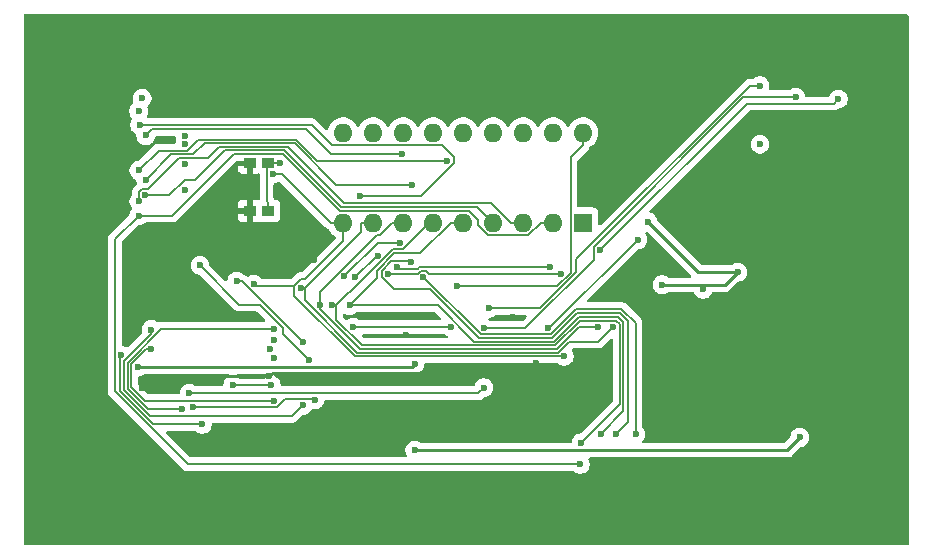
<source format=gbr>
%TF.GenerationSoftware,KiCad,Pcbnew,9.0.0-9.0.0-2~ubuntu24.10.1*%
%TF.CreationDate,2025-03-15T08:42:32-04:00*%
%TF.ProjectId,fat8,66617438-2e6b-4696-9361-645f70636258,rev?*%
%TF.SameCoordinates,Original*%
%TF.FileFunction,Copper,L2,Bot*%
%TF.FilePolarity,Positive*%
%FSLAX46Y46*%
G04 Gerber Fmt 4.6, Leading zero omitted, Abs format (unit mm)*
G04 Created by KiCad (PCBNEW 9.0.0-9.0.0-2~ubuntu24.10.1) date 2025-03-15 08:42:32*
%MOMM*%
%LPD*%
G01*
G04 APERTURE LIST*
%TA.AperFunction,ComponentPad*%
%ADD10R,1.600000X1.600000*%
%TD*%
%TA.AperFunction,ComponentPad*%
%ADD11O,1.600000X1.600000*%
%TD*%
%TA.AperFunction,SMDPad,CuDef*%
%ADD12R,1.000000X0.900000*%
%TD*%
%TA.AperFunction,ViaPad*%
%ADD13C,0.600000*%
%TD*%
%TA.AperFunction,Conductor*%
%ADD14C,0.228600*%
%TD*%
%TA.AperFunction,Conductor*%
%ADD15C,0.152400*%
%TD*%
%ADD16C,0.300000*%
%ADD17C,0.350000*%
G04 APERTURE END LIST*
D10*
%TO.P,U1,1,VDD*%
%TO.N,-9V*%
X104902000Y-57658000D03*
D11*
%TO.P,U1,2,D7*%
%TO.N,/D7*%
X102362000Y-57658000D03*
%TO.P,U1,3,D6*%
%TO.N,/D6*%
X99822000Y-57658000D03*
%TO.P,U1,4,D5*%
%TO.N,/D5*%
X97282000Y-57658000D03*
%TO.P,U1,5,D4*%
%TO.N,/D4*%
X94742000Y-57658000D03*
%TO.P,U1,6,D3*%
%TO.N,/D3*%
X92202000Y-57658000D03*
%TO.P,U1,7,D2*%
%TO.N,/D2*%
X89662000Y-57658000D03*
%TO.P,U1,8,D1*%
%TO.N,/D1*%
X87122000Y-57658000D03*
%TO.P,U1,9,D0*%
%TO.N,/D0*%
X84582000Y-57658000D03*
%TO.P,U1,10,VCC*%
%TO.N,5V*%
X84582000Y-50038000D03*
%TO.P,U1,11,S2*%
%TO.N,/S2*%
X87122000Y-50038000D03*
%TO.P,U1,12,S1*%
%TO.N,/S1*%
X89662000Y-50038000D03*
%TO.P,U1,13,S0*%
%TO.N,/S0*%
X92202000Y-50038000D03*
%TO.P,U1,14,SYNC*%
%TO.N,/SYNC*%
X94742000Y-50038000D03*
%TO.P,U1,15,\u00F82*%
%TO.N,/Ph2*%
X97282000Y-50038000D03*
%TO.P,U1,16,\u00F81*%
%TO.N,/Ph1*%
X99822000Y-50038000D03*
%TO.P,U1,17,READY*%
%TO.N,/RDY*%
X102362000Y-50038000D03*
%TO.P,U1,18,INT*%
%TO.N,/INT*%
X104902000Y-50038000D03*
%TD*%
D12*
%TO.P,SW1,1,1*%
%TO.N,GND*%
X76670000Y-52560000D03*
X76670000Y-56660000D03*
%TO.P,SW1,2,2*%
%TO.N,/RST*%
X78270000Y-52560000D03*
X78270000Y-56660000D03*
%TD*%
D13*
%TO.N,GND*%
X70231000Y-63627000D03*
X98933000Y-65659000D03*
X85852000Y-74168000D03*
X67565600Y-58547000D03*
X110998000Y-47752000D03*
X89916000Y-67183000D03*
X112776000Y-49403000D03*
X129413000Y-74422000D03*
X126365000Y-64643000D03*
X94869000Y-43688000D03*
X71247000Y-43688000D03*
X78354000Y-70637600D03*
X100907500Y-69504400D03*
X96139000Y-83185000D03*
X67571500Y-71641300D03*
X89916000Y-70993000D03*
X87757000Y-65659000D03*
X129413000Y-69088000D03*
X94051300Y-70374400D03*
X82155500Y-60813500D03*
X83312000Y-43815000D03*
X120777000Y-72390000D03*
X79756000Y-48006000D03*
X77089000Y-48006000D03*
X60960000Y-51943000D03*
X60960000Y-80264000D03*
X92075000Y-74168000D03*
X60960000Y-68707000D03*
%TO.N,Net-(J1-SWCLK{slash}TCK)*%
X71542700Y-72091200D03*
X96492500Y-71620000D03*
%TO.N,Net-(J1-NC{slash}TDI)*%
X78768300Y-66620000D03*
X70921500Y-73428800D03*
%TO.N,Net-(J1-SWO{slash}TDO)*%
X82192400Y-72643500D03*
X85436100Y-66503300D03*
X93705300Y-66482800D03*
X71881000Y-73291300D03*
%TO.N,/D0*%
X103307500Y-68948600D03*
X78643600Y-53517500D03*
X78431700Y-68373200D03*
X77027000Y-62876900D03*
X67276400Y-48196000D03*
%TO.N,/INT*%
X94246900Y-63024800D03*
%TO.N,/D5*%
X67839400Y-55294500D03*
X90326400Y-60980600D03*
X107685900Y-75538100D03*
%TO.N,/D1*%
X67362800Y-49379600D03*
X85975000Y-55425500D03*
X81009500Y-63186400D03*
X107442200Y-66475800D03*
%TO.N,/S2*%
X78759800Y-67615200D03*
%TO.N,/Ph2*%
X85630000Y-62255800D03*
X87510900Y-60443800D03*
%TO.N,/SYNC*%
X89416700Y-59356900D03*
X84672600Y-62200500D03*
%TO.N,/D6*%
X109347000Y-75559800D03*
X67299900Y-55836100D03*
X91387900Y-62237900D03*
%TO.N,/D2*%
X89613300Y-51863800D03*
X67882900Y-50265100D03*
X106186500Y-66470800D03*
X82630000Y-64653600D03*
%TO.N,/D7*%
X67276900Y-57044400D03*
X104671900Y-78105200D03*
%TO.N,/D4*%
X106393100Y-75551200D03*
X93418100Y-52395600D03*
X67298100Y-53213200D03*
X85130000Y-64653600D03*
%TO.N,/D3*%
X83630000Y-64653600D03*
X90432200Y-54467300D03*
X104766800Y-76269800D03*
X67865400Y-54034100D03*
%TO.N,/USB_CLK*%
X103004400Y-61973500D03*
X88417600Y-61971900D03*
%TO.N,/GP3*%
X119885000Y-50992000D03*
X102064100Y-61401100D03*
X89130000Y-61437200D03*
%TO.N,/RxD*%
X101939800Y-66579100D03*
X109558000Y-59073500D03*
%TO.N,/TxD*%
X96488900Y-66579100D03*
X122894300Y-47024200D03*
%TO.N,/GP2*%
X96918000Y-64887700D03*
X119882800Y-46044200D03*
%TO.N,/PI3*%
X78495000Y-71425200D03*
X75239200Y-71425200D03*
X71174100Y-51022000D03*
%TO.N,/PO3*%
X68355700Y-66694700D03*
X71180100Y-54856100D03*
X81167100Y-73120000D03*
%TO.N,/PO1*%
X71169000Y-52695700D03*
X72469300Y-61254500D03*
X81680700Y-69253300D03*
%TO.N,/RST*%
X78753400Y-69120000D03*
X79240900Y-52612500D03*
%TO.N,/PO2*%
X68350900Y-68377500D03*
X78774300Y-72761000D03*
%TO.N,/PI2*%
X81168800Y-67771900D03*
X75584400Y-62621000D03*
X71191500Y-50267800D03*
%TO.N,/ST3*%
X65783100Y-68853300D03*
X72669400Y-74714600D03*
%TO.N,Net-(JP2-A)*%
X126521300Y-47178200D03*
X106354200Y-59959800D03*
%TO.N,5V*%
X110391200Y-57571300D03*
X123256600Y-75830400D03*
X115065500Y-63285700D03*
X67564000Y-47117000D03*
X90662600Y-69620000D03*
X67233600Y-69847100D03*
X111597100Y-62908400D03*
X117979600Y-61835200D03*
X90662600Y-76911600D03*
%TD*%
D14*
%TO.N,GND*%
X82155500Y-60813500D02*
X79889000Y-58547000D01*
X78354000Y-70637600D02*
X78617200Y-70374400D01*
X76670000Y-56660000D02*
X76670000Y-58547000D01*
X68575200Y-70637600D02*
X67571500Y-71641300D01*
X76670000Y-58547000D02*
X67565600Y-58547000D01*
X76670000Y-52560000D02*
X76670000Y-56660000D01*
X100037500Y-70374400D02*
X100907500Y-69504400D01*
X79889000Y-58547000D02*
X76670000Y-58547000D01*
X78617200Y-70374400D02*
X94051300Y-70374400D01*
X78354000Y-70637600D02*
X68575200Y-70637600D01*
X94051300Y-70374400D02*
X100037500Y-70374400D01*
D15*
%TO.N,Net-(J1-SWCLK{slash}TCK)*%
X96021300Y-72091200D02*
X71542700Y-72091200D01*
X96492500Y-71620000D02*
X96021300Y-72091200D01*
%TO.N,Net-(J1-NC{slash}TDI)*%
X66337000Y-71694800D02*
X68071000Y-73428800D01*
X68071000Y-73428800D02*
X70921500Y-73428800D01*
X69206100Y-66620000D02*
X66337000Y-69489100D01*
X66337000Y-69489100D02*
X66337000Y-71694800D01*
X78768300Y-66620000D02*
X69206100Y-66620000D01*
%TO.N,Net-(J1-SWO{slash}TDO)*%
X85436100Y-66503300D02*
X85456600Y-66482800D01*
X85456600Y-66482800D02*
X93705300Y-66482800D01*
X82129700Y-72580800D02*
X82192400Y-72643500D01*
X78994000Y-73291300D02*
X79704500Y-72580800D01*
X79704500Y-72580800D02*
X82129700Y-72580800D01*
X71881000Y-73291300D02*
X78994000Y-73291300D01*
%TO.N,/D0*%
X80426000Y-63005500D02*
X77155600Y-63005500D01*
X80426000Y-63005500D02*
X80426000Y-63821700D01*
X85552900Y-68948600D02*
X103307500Y-68948600D01*
X84582000Y-57658000D02*
X84582000Y-59173200D01*
X81026400Y-62405100D02*
X80426000Y-63005500D01*
X79411200Y-53517500D02*
X83551700Y-57658000D01*
X78643600Y-53517500D02*
X79411200Y-53517500D01*
X80426000Y-63821700D02*
X85552900Y-68948600D01*
X77155600Y-63005500D02*
X77027000Y-62876900D01*
X84582000Y-57658000D02*
X83551700Y-57658000D01*
X84582000Y-59173200D02*
X81350100Y-62405100D01*
X81350100Y-62405100D02*
X81026400Y-62405100D01*
%TO.N,/INT*%
X104902000Y-51068300D02*
X103846300Y-52124000D01*
X103846300Y-52124000D02*
X103846300Y-61881700D01*
X103846300Y-61881700D02*
X102703200Y-63024800D01*
X104902000Y-50038000D02*
X104902000Y-51068300D01*
X102703200Y-63024800D02*
X94246900Y-63024800D01*
%TO.N,/D5*%
X90326400Y-60980600D02*
X90251900Y-60906100D01*
X108666300Y-74557700D02*
X107685900Y-75538100D01*
X107994700Y-65294600D02*
X108666300Y-65966200D01*
X90251900Y-60906100D02*
X88665600Y-60906100D01*
X67839400Y-55294500D02*
X69871900Y-55294500D01*
X91948400Y-63288300D02*
X96076200Y-67416100D01*
X87849600Y-62209800D02*
X88928100Y-63288300D01*
X72082200Y-53995800D02*
X74546400Y-51531600D01*
X95922600Y-56298600D02*
X97282000Y-57658000D01*
X84386200Y-56298600D02*
X95922600Y-56298600D01*
X87849600Y-61722100D02*
X87849600Y-62209800D01*
X102290500Y-67416100D02*
X104412000Y-65294600D01*
X79619200Y-51531600D02*
X84386200Y-56298600D01*
X88665600Y-60906100D02*
X87849600Y-61722100D01*
X104412000Y-65294600D02*
X107994700Y-65294600D01*
X71170600Y-53995800D02*
X72082200Y-53995800D01*
X74546400Y-51531600D02*
X79619200Y-51531600D01*
X69871900Y-55294500D02*
X71170600Y-53995800D01*
X108666300Y-65966200D02*
X108666300Y-74557700D01*
X88928100Y-63288300D02*
X91948400Y-63288300D01*
X96076200Y-67416100D02*
X102290500Y-67416100D01*
%TO.N,/D1*%
X93970200Y-52597700D02*
X93970200Y-52067800D01*
X81324000Y-63186400D02*
X81009500Y-63186400D01*
X87122000Y-57658000D02*
X86091700Y-57658000D01*
X93970200Y-52067800D02*
X92996100Y-51093700D01*
X92996100Y-51093700D02*
X83630500Y-51093700D01*
X85975000Y-55425500D02*
X91142400Y-55425500D01*
X85751500Y-68642100D02*
X102798500Y-68642100D01*
X81916400Y-49379600D02*
X67362800Y-49379600D01*
X91142400Y-55425500D02*
X93970200Y-52597700D01*
X86091700Y-58418700D02*
X81324000Y-63186400D01*
X103718000Y-67722600D02*
X106195400Y-67722600D01*
X81324000Y-64214600D02*
X85751500Y-68642100D01*
X102798500Y-68642100D02*
X103718000Y-67722600D01*
X86091700Y-57658000D02*
X86091700Y-58418700D01*
X106195400Y-67722600D02*
X107442200Y-66475800D01*
X81324000Y-63186400D02*
X81324000Y-64214600D01*
X83630500Y-51093700D02*
X81916400Y-49379600D01*
%TO.N,/Ph2*%
X85630000Y-62255800D02*
X87442000Y-60443800D01*
X87442000Y-60443800D02*
X87510900Y-60443800D01*
%TO.N,/SYNC*%
X87516200Y-59356900D02*
X89416700Y-59356900D01*
X84672600Y-62200500D02*
X87516200Y-59356900D01*
%TO.N,/D6*%
X70656100Y-52165300D02*
X73180400Y-52165300D01*
X109347000Y-66144500D02*
X109347000Y-75559800D01*
X84660300Y-55969900D02*
X97103600Y-55969900D01*
X99822000Y-57658000D02*
X98791700Y-57658000D01*
X67299900Y-55836100D02*
X67299900Y-55036500D01*
X67572300Y-54764100D02*
X68057300Y-54764100D01*
X74120600Y-51225100D02*
X79915500Y-51225100D01*
X68057300Y-54764100D02*
X70656100Y-52165300D01*
X108146200Y-64943700D02*
X109347000Y-66144500D01*
X97103600Y-55969900D02*
X98791700Y-57658000D01*
X104329300Y-64943700D02*
X108146200Y-64943700D01*
X102163400Y-67109600D02*
X104329300Y-64943700D01*
X96259600Y-67109600D02*
X102163400Y-67109600D01*
X73180400Y-52165300D02*
X74120600Y-51225100D01*
X91387900Y-62237900D02*
X96259600Y-67109600D01*
X79915500Y-51225100D02*
X84660300Y-55969900D01*
X67299900Y-55036500D02*
X67572300Y-54764100D01*
%TO.N,/D2*%
X83578700Y-51863800D02*
X89613300Y-51863800D01*
X88733800Y-57658000D02*
X87703500Y-58688300D01*
X104536300Y-66470800D02*
X106186500Y-66470800D01*
X68437100Y-49710900D02*
X81425800Y-49710900D01*
X102671500Y-68335600D02*
X104536300Y-66470800D01*
X87419900Y-58688300D02*
X82630000Y-63478200D01*
X82630000Y-63478200D02*
X82630000Y-64653600D01*
X81425800Y-49710900D02*
X83578700Y-51863800D01*
X82630000Y-64978700D02*
X85986900Y-68335600D01*
X89662000Y-57658000D02*
X88733800Y-57658000D01*
X85986900Y-68335600D02*
X102671500Y-68335600D01*
X67882900Y-50265100D02*
X68437100Y-49710900D01*
X82630000Y-64653600D02*
X82630000Y-64978700D01*
X87703500Y-58688300D02*
X87419900Y-58688300D01*
%TO.N,/D7*%
X96012000Y-57398500D02*
X96012000Y-57860000D01*
X79492200Y-51838100D02*
X84281800Y-56627700D01*
X96882400Y-58730400D02*
X100259300Y-58730400D01*
X67276900Y-57044400D02*
X70119900Y-57044400D01*
X102362000Y-57658000D02*
X101331700Y-57658000D01*
X75326200Y-51838100D02*
X79492200Y-51838100D01*
X71446900Y-78105200D02*
X104671900Y-78105200D01*
X70119900Y-57044400D02*
X75326200Y-51838100D01*
X95241200Y-56627700D02*
X96012000Y-57398500D01*
X100259300Y-58730400D02*
X101331700Y-57658000D01*
X96012000Y-57860000D02*
X96882400Y-58730400D01*
X84281800Y-56627700D02*
X95241200Y-56627700D01*
X65250500Y-71908800D02*
X71446900Y-78105200D01*
X65250500Y-59070800D02*
X65250500Y-71908800D01*
X67276900Y-57044400D02*
X65250500Y-59070800D01*
%TO.N,/D4*%
X72333900Y-50612200D02*
X72333900Y-50612100D01*
X94742000Y-57658000D02*
X93711700Y-57658000D01*
X107876200Y-65611100D02*
X108324200Y-66059100D01*
X102417500Y-67722600D02*
X104529000Y-65611100D01*
X67298100Y-53213200D02*
X68959000Y-51552300D01*
X108324200Y-66059100D02*
X108324200Y-73620100D01*
X82410700Y-52395600D02*
X93418100Y-52395600D01*
X80627200Y-50612100D02*
X82410700Y-52395600D01*
X85130000Y-64653600D02*
X92626200Y-64653600D01*
X72333900Y-50612100D02*
X80627200Y-50612100D01*
X68959000Y-51552300D02*
X71393800Y-51552300D01*
X71393800Y-51552300D02*
X72333900Y-50612200D01*
X87435200Y-62348400D02*
X85130000Y-64653600D01*
X104529000Y-65611100D02*
X107876200Y-65611100D01*
X95695200Y-67722600D02*
X102417500Y-67722600D01*
X91119000Y-60250700D02*
X88887500Y-60250700D01*
X93711700Y-57658000D02*
X91119000Y-60250700D01*
X87435200Y-61703000D02*
X87435200Y-62348400D01*
X88887500Y-60250700D02*
X87435200Y-61703000D01*
X92626200Y-64653600D02*
X95695200Y-67722600D01*
X108324200Y-73620100D02*
X106393100Y-75551200D01*
%TO.N,/D3*%
X86166900Y-68029100D02*
X102544500Y-68029100D01*
X91686900Y-57658000D02*
X91686900Y-57851500D01*
X85167600Y-63537100D02*
X85167600Y-63537200D01*
X89636500Y-59901900D02*
X88802800Y-59901900D01*
X85104200Y-63537200D02*
X83987800Y-64653600D01*
X83987800Y-64653600D02*
X83630000Y-64653600D01*
X108001700Y-73034900D02*
X104766800Y-76269800D01*
X91686900Y-57851500D02*
X89636500Y-59901900D01*
X108001700Y-66243200D02*
X108001700Y-73034900D01*
X83987800Y-65850000D02*
X86166900Y-68029100D01*
X88802800Y-59901900D02*
X85167600Y-63537100D01*
X102544500Y-68029100D02*
X104641300Y-65932300D01*
X83987800Y-64653600D02*
X83987800Y-65850000D01*
X104641300Y-65932300D02*
X107690800Y-65932300D01*
X80474800Y-50918600D02*
X84023500Y-54467300D01*
X72853600Y-50918600D02*
X80474800Y-50918600D01*
X67865400Y-54034100D02*
X70040700Y-51858800D01*
X84023500Y-54467300D02*
X90432200Y-54467300D01*
X107690800Y-65932300D02*
X108001700Y-66243200D01*
X70040700Y-51858800D02*
X71913400Y-51858800D01*
X92202000Y-57658000D02*
X91686900Y-57658000D01*
X71913400Y-51858800D02*
X72853600Y-50918600D01*
X85167600Y-63537200D02*
X85104200Y-63537200D01*
%TO.N,/USB_CLK*%
X103004400Y-61973500D02*
X91873500Y-61973500D01*
X91873500Y-61973500D02*
X91607600Y-61707600D01*
X90904000Y-61971900D02*
X88417600Y-61971900D01*
X91168300Y-61707600D02*
X90904000Y-61971900D01*
X91607600Y-61707600D02*
X91168300Y-61707600D01*
%TO.N,/GP3*%
X89228600Y-61535800D02*
X89130000Y-61437200D01*
X91041300Y-61401100D02*
X90906600Y-61535800D01*
X90906600Y-61535800D02*
X89228600Y-61535800D01*
X102064100Y-61401100D02*
X91041300Y-61401100D01*
%TO.N,/RxD*%
X102052400Y-66579100D02*
X101939800Y-66579100D01*
X109558000Y-59073500D02*
X102052400Y-66579100D01*
%TO.N,/TxD*%
X105803600Y-59688600D02*
X105803600Y-60791400D01*
X122894300Y-47024200D02*
X118468000Y-47024200D01*
X105803600Y-60791400D02*
X100015900Y-66579100D01*
X100015900Y-66579100D02*
X96488900Y-66579100D01*
X118468000Y-47024200D02*
X105803600Y-59688600D01*
%TO.N,/GP2*%
X119014500Y-46044200D02*
X104340300Y-60718400D01*
X104340300Y-60718400D02*
X104340300Y-61821200D01*
X119882800Y-46044200D02*
X119014500Y-46044200D01*
X104340300Y-61821200D02*
X101273800Y-64887700D01*
X101273800Y-64887700D02*
X96918000Y-64887700D01*
%TO.N,/PI3*%
X75239200Y-71425200D02*
X78495000Y-71425200D01*
%TO.N,/PO3*%
X68355700Y-67030700D02*
X68355700Y-66694700D01*
X66019100Y-71810400D02*
X66019100Y-69367300D01*
X66019100Y-69367300D02*
X68355700Y-67030700D01*
X81167100Y-73120000D02*
X80281500Y-74005600D01*
X68214300Y-74005600D02*
X66019100Y-71810400D01*
X80281500Y-74005600D02*
X68214300Y-74005600D01*
%TO.N,/PO1*%
X75794100Y-64579300D02*
X72469300Y-61254500D01*
X77542700Y-64579300D02*
X75794100Y-64579300D01*
X79502600Y-66539200D02*
X77542700Y-64579300D01*
X79502600Y-67075200D02*
X79502600Y-66539200D01*
X81680700Y-69253300D02*
X79502600Y-67075200D01*
%TO.N,/RST*%
X78270000Y-52560000D02*
X79000300Y-52560000D01*
X78113300Y-55823000D02*
X78270000Y-55979700D01*
X78270000Y-52560000D02*
X78113300Y-52716700D01*
X78113300Y-52716700D02*
X78113300Y-55823000D01*
X79240900Y-52612500D02*
X79052800Y-52612500D01*
X78270000Y-56660000D02*
X78270000Y-55979700D01*
X79052800Y-52612500D02*
X79000300Y-52560000D01*
%TO.N,/PO2*%
X68350900Y-68377500D02*
X67904000Y-68377500D01*
X66648400Y-71572700D02*
X67836700Y-72761000D01*
X67836700Y-72761000D02*
X78774300Y-72761000D01*
X67904000Y-68377500D02*
X66648400Y-69633100D01*
X66648400Y-69633100D02*
X66648400Y-71572700D01*
%TO.N,/PI2*%
X81168800Y-67771900D02*
X76017900Y-62621000D01*
X76017900Y-62621000D02*
X75584400Y-62621000D01*
%TO.N,/ST3*%
X72669400Y-74714600D02*
X68489800Y-74714600D01*
X65668100Y-71892900D02*
X65668100Y-68968300D01*
X68489800Y-74714600D02*
X65668100Y-71892900D01*
X65668100Y-68968300D02*
X65783100Y-68853300D01*
%TO.N,Net-(JP2-A)*%
X106354200Y-59959800D02*
X118749400Y-47564600D01*
X126134900Y-47564600D02*
X126521300Y-47178200D01*
X118749400Y-47564600D02*
X126134900Y-47564600D01*
D14*
%TO.N,5V*%
X110391200Y-57571300D02*
X114655100Y-61835200D01*
X115065500Y-62908400D02*
X116906400Y-62908400D01*
X114655100Y-61835200D02*
X117979600Y-61835200D01*
X122175400Y-76911600D02*
X123256600Y-75830400D01*
X90435500Y-69847100D02*
X90662600Y-69620000D01*
X115065500Y-62908400D02*
X115065500Y-63285700D01*
X90662600Y-76911600D02*
X122175400Y-76911600D01*
X67233600Y-69847100D02*
X90435500Y-69847100D01*
X116906400Y-62908400D02*
X117979600Y-61835200D01*
X111597100Y-62908400D02*
X115065500Y-62908400D01*
%TD*%
%TA.AperFunction,Conductor*%
%TO.N,GND*%
G36*
X107344334Y-67491757D02*
G01*
X107400267Y-67533629D01*
X107424684Y-67599093D01*
X107425000Y-67607939D01*
X107425000Y-72744661D01*
X107405315Y-72811700D01*
X107388681Y-72832342D01*
X104788042Y-75432981D01*
X104726719Y-75466466D01*
X104700361Y-75469300D01*
X104687955Y-75469300D01*
X104533310Y-75500061D01*
X104533298Y-75500064D01*
X104387627Y-75560402D01*
X104387614Y-75560409D01*
X104256511Y-75648010D01*
X104256507Y-75648013D01*
X104145013Y-75759507D01*
X104145010Y-75759511D01*
X104057409Y-75890614D01*
X104057402Y-75890627D01*
X103997064Y-76036298D01*
X103997061Y-76036310D01*
X103965111Y-76196932D01*
X103962353Y-76196383D01*
X103940486Y-76250049D01*
X103883323Y-76290227D01*
X103843488Y-76296800D01*
X91220964Y-76296800D01*
X91153925Y-76277115D01*
X91152073Y-76275902D01*
X91041785Y-76202209D01*
X91041772Y-76202202D01*
X90896101Y-76141864D01*
X90896089Y-76141861D01*
X90741445Y-76111100D01*
X90741442Y-76111100D01*
X90583758Y-76111100D01*
X90583755Y-76111100D01*
X90429110Y-76141861D01*
X90429098Y-76141864D01*
X90283427Y-76202202D01*
X90283414Y-76202209D01*
X90152311Y-76289810D01*
X90152307Y-76289813D01*
X90040813Y-76401307D01*
X90040810Y-76401311D01*
X89953209Y-76532414D01*
X89953202Y-76532427D01*
X89892864Y-76678098D01*
X89892861Y-76678110D01*
X89862100Y-76832753D01*
X89862100Y-76990446D01*
X89892861Y-77145089D01*
X89892864Y-77145101D01*
X89953202Y-77290772D01*
X89953209Y-77290785D01*
X89983160Y-77335609D01*
X90004038Y-77402286D01*
X89985554Y-77469667D01*
X89933575Y-77516357D01*
X89880058Y-77528500D01*
X71737139Y-77528500D01*
X71670100Y-77508815D01*
X71649458Y-77492181D01*
X69660258Y-75502981D01*
X69626773Y-75441658D01*
X69631757Y-75371966D01*
X69673629Y-75316033D01*
X69739093Y-75291616D01*
X69747939Y-75291300D01*
X72062659Y-75291300D01*
X72129698Y-75310985D01*
X72150340Y-75327619D01*
X72159107Y-75336386D01*
X72159111Y-75336389D01*
X72290214Y-75423990D01*
X72290227Y-75423997D01*
X72392758Y-75466466D01*
X72435903Y-75484337D01*
X72590553Y-75515099D01*
X72590556Y-75515100D01*
X72590558Y-75515100D01*
X72748244Y-75515100D01*
X72748245Y-75515099D01*
X72902897Y-75484337D01*
X73048579Y-75423994D01*
X73179689Y-75336389D01*
X73291189Y-75224889D01*
X73378794Y-75093779D01*
X73439137Y-74948097D01*
X73469900Y-74793442D01*
X73469900Y-74706300D01*
X73489585Y-74639261D01*
X73542389Y-74593506D01*
X73593900Y-74582300D01*
X80357422Y-74582300D01*
X80357424Y-74582300D01*
X80504098Y-74542999D01*
X80635602Y-74467075D01*
X81145858Y-73956819D01*
X81207181Y-73923334D01*
X81233539Y-73920500D01*
X81245944Y-73920500D01*
X81245945Y-73920499D01*
X81400597Y-73889737D01*
X81546279Y-73829394D01*
X81677389Y-73741789D01*
X81788889Y-73630289D01*
X81876494Y-73499179D01*
X81876706Y-73498665D01*
X81876887Y-73498440D01*
X81879364Y-73493808D01*
X81880241Y-73494277D01*
X81920537Y-73444259D01*
X81986828Y-73422185D01*
X82015464Y-73424488D01*
X82113555Y-73444000D01*
X82113558Y-73444000D01*
X82271244Y-73444000D01*
X82271245Y-73443999D01*
X82425897Y-73413237D01*
X82571579Y-73352894D01*
X82702689Y-73265289D01*
X82814189Y-73153789D01*
X82901794Y-73022679D01*
X82962137Y-72876997D01*
X82965917Y-72857991D01*
X82983877Y-72767708D01*
X83016262Y-72705797D01*
X83076978Y-72671223D01*
X83105494Y-72667900D01*
X96097222Y-72667900D01*
X96097224Y-72667900D01*
X96243898Y-72628599D01*
X96375402Y-72552675D01*
X96471258Y-72456819D01*
X96532581Y-72423334D01*
X96558939Y-72420500D01*
X96571344Y-72420500D01*
X96571345Y-72420499D01*
X96725997Y-72389737D01*
X96871679Y-72329394D01*
X97002789Y-72241789D01*
X97114289Y-72130289D01*
X97201894Y-71999179D01*
X97262237Y-71853497D01*
X97293000Y-71698842D01*
X97293000Y-71541158D01*
X97293000Y-71541155D01*
X97292999Y-71541153D01*
X97278729Y-71469413D01*
X97262237Y-71386503D01*
X97260293Y-71381809D01*
X97201897Y-71240827D01*
X97201890Y-71240814D01*
X97114289Y-71109711D01*
X97114286Y-71109707D01*
X97002792Y-70998213D01*
X97002788Y-70998210D01*
X96871685Y-70910609D01*
X96871672Y-70910602D01*
X96726001Y-70850264D01*
X96725989Y-70850261D01*
X96571345Y-70819500D01*
X96571342Y-70819500D01*
X96413658Y-70819500D01*
X96413655Y-70819500D01*
X96259010Y-70850261D01*
X96258998Y-70850264D01*
X96113327Y-70910602D01*
X96113314Y-70910609D01*
X95982211Y-70998210D01*
X95982207Y-70998213D01*
X95870713Y-71109707D01*
X95870710Y-71109711D01*
X95783109Y-71240814D01*
X95783102Y-71240827D01*
X95722763Y-71386501D01*
X95722763Y-71386502D01*
X95721968Y-71390500D01*
X95717155Y-71414692D01*
X95684772Y-71476601D01*
X95624057Y-71511176D01*
X95595539Y-71514500D01*
X79419500Y-71514500D01*
X79352461Y-71494815D01*
X79306706Y-71442011D01*
X79295500Y-71390500D01*
X79295500Y-71346355D01*
X79295499Y-71346353D01*
X79264738Y-71191710D01*
X79264737Y-71191703D01*
X79230775Y-71109711D01*
X79204397Y-71046027D01*
X79204390Y-71046014D01*
X79116789Y-70914911D01*
X79116786Y-70914907D01*
X79005292Y-70803413D01*
X79005288Y-70803410D01*
X78874185Y-70715809D01*
X78874172Y-70715802D01*
X78837134Y-70700461D01*
X78782730Y-70656620D01*
X78760665Y-70590326D01*
X78777944Y-70522627D01*
X78829081Y-70475016D01*
X78884586Y-70461900D01*
X90496054Y-70461900D01*
X90496055Y-70461899D01*
X90614831Y-70438274D01*
X90634953Y-70429938D01*
X90682406Y-70420500D01*
X90741444Y-70420500D01*
X90741445Y-70420499D01*
X90896097Y-70389737D01*
X91041779Y-70329394D01*
X91172889Y-70241789D01*
X91284389Y-70130289D01*
X91371994Y-69999179D01*
X91432337Y-69853497D01*
X91463100Y-69698842D01*
X91463100Y-69649300D01*
X91482785Y-69582261D01*
X91535589Y-69536506D01*
X91587100Y-69525300D01*
X102700759Y-69525300D01*
X102767798Y-69544985D01*
X102788440Y-69561619D01*
X102797207Y-69570386D01*
X102797211Y-69570389D01*
X102928314Y-69657990D01*
X102928327Y-69657997D01*
X103026942Y-69698844D01*
X103074003Y-69718337D01*
X103228653Y-69749099D01*
X103228656Y-69749100D01*
X103228658Y-69749100D01*
X103386344Y-69749100D01*
X103386345Y-69749099D01*
X103540997Y-69718337D01*
X103686679Y-69657994D01*
X103817789Y-69570389D01*
X103929289Y-69458889D01*
X104016894Y-69327779D01*
X104077237Y-69182097D01*
X104108000Y-69027442D01*
X104108000Y-68869758D01*
X104108000Y-68869755D01*
X104107999Y-68869753D01*
X104085507Y-68756679D01*
X104077237Y-68715103D01*
X104042613Y-68631513D01*
X104016897Y-68569427D01*
X104016890Y-68569414D01*
X103965291Y-68492191D01*
X103944413Y-68425514D01*
X103962897Y-68358133D01*
X104014876Y-68311443D01*
X104068393Y-68299300D01*
X106271322Y-68299300D01*
X106271324Y-68299300D01*
X106417998Y-68259999D01*
X106549502Y-68184075D01*
X107213319Y-67520258D01*
X107274642Y-67486773D01*
X107344334Y-67491757D01*
G37*
%TD.AperFunction*%
%TA.AperFunction,Conductor*%
G36*
X74916653Y-70481585D02*
G01*
X74962408Y-70534389D01*
X74972352Y-70603547D01*
X74943327Y-70667103D01*
X74897066Y-70700461D01*
X74860027Y-70715802D01*
X74860014Y-70715809D01*
X74728911Y-70803410D01*
X74728907Y-70803413D01*
X74617413Y-70914907D01*
X74617410Y-70914911D01*
X74529809Y-71046014D01*
X74529802Y-71046027D01*
X74469464Y-71191698D01*
X74469461Y-71191710D01*
X74438700Y-71346353D01*
X74438700Y-71390500D01*
X74419015Y-71457539D01*
X74366211Y-71503294D01*
X74314700Y-71514500D01*
X72149441Y-71514500D01*
X72082402Y-71494815D01*
X72061760Y-71478181D01*
X72052992Y-71469413D01*
X72052988Y-71469410D01*
X71921885Y-71381809D01*
X71921872Y-71381802D01*
X71776201Y-71321464D01*
X71776189Y-71321461D01*
X71621545Y-71290700D01*
X71621542Y-71290700D01*
X71463858Y-71290700D01*
X71463855Y-71290700D01*
X71309210Y-71321461D01*
X71309198Y-71321464D01*
X71163527Y-71381802D01*
X71163514Y-71381809D01*
X71032411Y-71469410D01*
X71032407Y-71469413D01*
X70920913Y-71580907D01*
X70920910Y-71580911D01*
X70833309Y-71712014D01*
X70833302Y-71712027D01*
X70772964Y-71857698D01*
X70772961Y-71857710D01*
X70742200Y-72012353D01*
X70742200Y-72060300D01*
X70722515Y-72127339D01*
X70669711Y-72173094D01*
X70618200Y-72184300D01*
X68126939Y-72184300D01*
X68059900Y-72164615D01*
X68039258Y-72147981D01*
X67261419Y-71370142D01*
X67227934Y-71308819D01*
X67225100Y-71282461D01*
X67225100Y-70766737D01*
X67244785Y-70699698D01*
X67297589Y-70653943D01*
X67324907Y-70645120D01*
X67467097Y-70616837D01*
X67612779Y-70556494D01*
X67629170Y-70545542D01*
X67723073Y-70482798D01*
X67789750Y-70461920D01*
X67791964Y-70461900D01*
X74849614Y-70461900D01*
X74916653Y-70481585D01*
G37*
%TD.AperFunction*%
%TA.AperFunction,Conductor*%
G36*
X78116225Y-70465074D02*
G01*
X78127431Y-70463870D01*
X78149152Y-70474743D01*
X78172453Y-70481585D01*
X78179831Y-70490099D01*
X78189910Y-70495145D01*
X78202305Y-70516036D01*
X78218208Y-70534389D01*
X78219811Y-70545542D01*
X78225562Y-70555234D01*
X78224695Y-70579505D01*
X78228152Y-70603547D01*
X78223470Y-70613798D01*
X78223068Y-70625060D01*
X78209216Y-70645009D01*
X78199127Y-70667103D01*
X78188613Y-70674684D01*
X78183220Y-70682452D01*
X78152866Y-70700461D01*
X78115827Y-70715802D01*
X78115814Y-70715809D01*
X77984711Y-70803410D01*
X77984707Y-70803413D01*
X77975940Y-70812181D01*
X77914617Y-70845666D01*
X77888259Y-70848500D01*
X75845941Y-70848500D01*
X75778902Y-70828815D01*
X75758260Y-70812181D01*
X75749492Y-70803413D01*
X75749488Y-70803410D01*
X75618385Y-70715809D01*
X75618372Y-70715802D01*
X75581334Y-70700461D01*
X75526930Y-70656620D01*
X75504865Y-70590326D01*
X75522144Y-70522627D01*
X75573281Y-70475016D01*
X75628786Y-70461900D01*
X78105414Y-70461900D01*
X78116225Y-70465074D01*
G37*
%TD.AperFunction*%
%TA.AperFunction,Conductor*%
G36*
X76613039Y-52434485D02*
G01*
X76658794Y-52487289D01*
X76670000Y-52538800D01*
X76670000Y-52560000D01*
X76796000Y-52560000D01*
X76863039Y-52579685D01*
X76908794Y-52632489D01*
X76920000Y-52684000D01*
X76920000Y-53510000D01*
X77217828Y-53510000D01*
X77217844Y-53509999D01*
X77277372Y-53503598D01*
X77277376Y-53503597D01*
X77369266Y-53469324D01*
X77438957Y-53464340D01*
X77500281Y-53497824D01*
X77533766Y-53559147D01*
X77536600Y-53585506D01*
X77536600Y-55634492D01*
X77516915Y-55701531D01*
X77464111Y-55747286D01*
X77394953Y-55757230D01*
X77369268Y-55750674D01*
X77277383Y-55716403D01*
X77277372Y-55716401D01*
X77217844Y-55710000D01*
X76920000Y-55710000D01*
X76920000Y-57610000D01*
X77217828Y-57610000D01*
X77217844Y-57609999D01*
X77277372Y-57603598D01*
X77277376Y-57603597D01*
X77420398Y-57550253D01*
X77421076Y-57552070D01*
X77478306Y-57539615D01*
X77519032Y-57551572D01*
X77519359Y-57550697D01*
X77662517Y-57604091D01*
X77662516Y-57604091D01*
X77669444Y-57604835D01*
X77722127Y-57610500D01*
X78817872Y-57610499D01*
X78877483Y-57604091D01*
X79012331Y-57553796D01*
X79127546Y-57467546D01*
X79213796Y-57352331D01*
X79264091Y-57217483D01*
X79270500Y-57157873D01*
X79270499Y-56162128D01*
X79265299Y-56113757D01*
X79264091Y-56102516D01*
X79213797Y-55967671D01*
X79213793Y-55967664D01*
X79127547Y-55852455D01*
X79127544Y-55852452D01*
X79012335Y-55766206D01*
X79012328Y-55766202D01*
X78877483Y-55715908D01*
X78840035Y-55711882D01*
X78808087Y-55698648D01*
X78776102Y-55685637D01*
X78775782Y-55685266D01*
X78775485Y-55685143D01*
X78751888Y-55659959D01*
X78748687Y-55655410D01*
X78731475Y-55625598D01*
X78718750Y-55612873D01*
X78712595Y-55604127D01*
X78704655Y-55580768D01*
X78692834Y-55559119D01*
X78690768Y-55539912D01*
X78690110Y-55537974D01*
X78690424Y-55536708D01*
X78690000Y-55532761D01*
X78690000Y-54426217D01*
X78709685Y-54359178D01*
X78762489Y-54313423D01*
X78789809Y-54304600D01*
X78813474Y-54299892D01*
X78877097Y-54287237D01*
X79006099Y-54233803D01*
X79022772Y-54226897D01*
X79022772Y-54226896D01*
X79022779Y-54226894D01*
X79022784Y-54226890D01*
X79022787Y-54226889D01*
X79084276Y-54185803D01*
X79107354Y-54170382D01*
X79174030Y-54149504D01*
X79241411Y-54167988D01*
X79263926Y-54185803D01*
X83090225Y-58012102D01*
X83197598Y-58119475D01*
X83329102Y-58195399D01*
X83329101Y-58195399D01*
X83338829Y-58198005D01*
X83353517Y-58201940D01*
X83413178Y-58238303D01*
X83431912Y-58265421D01*
X83469715Y-58339614D01*
X83590028Y-58505213D01*
X83590034Y-58505219D01*
X83734781Y-58649966D01*
X83900390Y-58770287D01*
X83926487Y-58783584D01*
X83977282Y-58831556D01*
X83994078Y-58899377D01*
X83971541Y-58965512D01*
X83957873Y-58981749D01*
X81147542Y-61792081D01*
X81086219Y-61825566D01*
X81059861Y-61828400D01*
X80950476Y-61828400D01*
X80803802Y-61867701D01*
X80803801Y-61867701D01*
X80803799Y-61867702D01*
X80803798Y-61867702D01*
X80672301Y-61943622D01*
X80672295Y-61943627D01*
X80223442Y-62392481D01*
X80162119Y-62425966D01*
X80135761Y-62428800D01*
X77756622Y-62428800D01*
X77689583Y-62409115D01*
X77653520Y-62373691D01*
X77648789Y-62366610D01*
X77537292Y-62255113D01*
X77537288Y-62255110D01*
X77406185Y-62167509D01*
X77406172Y-62167502D01*
X77260501Y-62107164D01*
X77260489Y-62107161D01*
X77105845Y-62076400D01*
X77105842Y-62076400D01*
X76948158Y-62076400D01*
X76948155Y-62076400D01*
X76793510Y-62107161D01*
X76793498Y-62107164D01*
X76647827Y-62167502D01*
X76647816Y-62167508D01*
X76571876Y-62218250D01*
X76505199Y-62239127D01*
X76437819Y-62220642D01*
X76415305Y-62202828D01*
X76372004Y-62159527D01*
X76371998Y-62159522D01*
X76240501Y-62083602D01*
X76240496Y-62083600D01*
X76188689Y-62069718D01*
X76133102Y-62037624D01*
X76094692Y-61999213D01*
X76094688Y-61999210D01*
X75963585Y-61911609D01*
X75963572Y-61911602D01*
X75817901Y-61851264D01*
X75817889Y-61851261D01*
X75663245Y-61820500D01*
X75663242Y-61820500D01*
X75505558Y-61820500D01*
X75505555Y-61820500D01*
X75350910Y-61851261D01*
X75350898Y-61851264D01*
X75205227Y-61911602D01*
X75205214Y-61911609D01*
X75074111Y-61999210D01*
X75074107Y-61999213D01*
X74962613Y-62110707D01*
X74962610Y-62110711D01*
X74875009Y-62241814D01*
X74875002Y-62241827D01*
X74814664Y-62387498D01*
X74814661Y-62387508D01*
X74794090Y-62490926D01*
X74761705Y-62552837D01*
X74700989Y-62587411D01*
X74631219Y-62583671D01*
X74584792Y-62554415D01*
X73306119Y-61275742D01*
X73272634Y-61214419D01*
X73269800Y-61188061D01*
X73269800Y-61175655D01*
X73269799Y-61175653D01*
X73266571Y-61159423D01*
X73239037Y-61021003D01*
X73236136Y-61014000D01*
X73178697Y-60875327D01*
X73178690Y-60875314D01*
X73091089Y-60744211D01*
X73091086Y-60744207D01*
X72979592Y-60632713D01*
X72979588Y-60632710D01*
X72848485Y-60545109D01*
X72848472Y-60545102D01*
X72702801Y-60484764D01*
X72702789Y-60484761D01*
X72548145Y-60454000D01*
X72548142Y-60454000D01*
X72390458Y-60454000D01*
X72390455Y-60454000D01*
X72235810Y-60484761D01*
X72235798Y-60484764D01*
X72090127Y-60545102D01*
X72090114Y-60545109D01*
X71959011Y-60632710D01*
X71959007Y-60632713D01*
X71847513Y-60744207D01*
X71847510Y-60744211D01*
X71759909Y-60875314D01*
X71759902Y-60875327D01*
X71699564Y-61020998D01*
X71699561Y-61021010D01*
X71668800Y-61175653D01*
X71668800Y-61333346D01*
X71699561Y-61487989D01*
X71699564Y-61488001D01*
X71759902Y-61633672D01*
X71759909Y-61633685D01*
X71847510Y-61764788D01*
X71847513Y-61764792D01*
X71959007Y-61876286D01*
X71959011Y-61876289D01*
X72090114Y-61963890D01*
X72090127Y-61963897D01*
X72175384Y-61999211D01*
X72235803Y-62024237D01*
X72390453Y-62054999D01*
X72390456Y-62055000D01*
X72390458Y-62055000D01*
X72402861Y-62055000D01*
X72469900Y-62074685D01*
X72490542Y-62091319D01*
X75332625Y-64933402D01*
X75439998Y-65040775D01*
X75571502Y-65116699D01*
X75718176Y-65156000D01*
X77252461Y-65156000D01*
X77319500Y-65175685D01*
X77340142Y-65192319D01*
X77979442Y-65831619D01*
X78012927Y-65892942D01*
X78007943Y-65962634D01*
X77966071Y-66018567D01*
X77900607Y-66042984D01*
X77891761Y-66043300D01*
X69282024Y-66043300D01*
X69130176Y-66043300D01*
X69019659Y-66072913D01*
X68983495Y-66082603D01*
X68981134Y-66083581D01*
X68978984Y-66083811D01*
X68975651Y-66084705D01*
X68975511Y-66084184D01*
X68911664Y-66091042D01*
X68864802Y-66072117D01*
X68734885Y-65985309D01*
X68734872Y-65985302D01*
X68589201Y-65924964D01*
X68589189Y-65924961D01*
X68434545Y-65894200D01*
X68434542Y-65894200D01*
X68276858Y-65894200D01*
X68276855Y-65894200D01*
X68122210Y-65924961D01*
X68122198Y-65924964D01*
X67976527Y-65985302D01*
X67976514Y-65985309D01*
X67845411Y-66072910D01*
X67845407Y-66072913D01*
X67733913Y-66184407D01*
X67733910Y-66184411D01*
X67646309Y-66315514D01*
X67646302Y-66315527D01*
X67585964Y-66461198D01*
X67585961Y-66461210D01*
X67555200Y-66615853D01*
X67555200Y-66773546D01*
X67582432Y-66910453D01*
X67576205Y-66980045D01*
X67548496Y-67022325D01*
X66392875Y-68177946D01*
X66331552Y-68211431D01*
X66261860Y-68206447D01*
X66236303Y-68193367D01*
X66162285Y-68143909D01*
X66162272Y-68143902D01*
X66016601Y-68083564D01*
X66016591Y-68083561D01*
X65927008Y-68065742D01*
X65865097Y-68033357D01*
X65830523Y-67972641D01*
X65827200Y-67944125D01*
X65827200Y-59361039D01*
X65846885Y-59294000D01*
X65863519Y-59273358D01*
X67255658Y-57881219D01*
X67316981Y-57847734D01*
X67343339Y-57844900D01*
X67355744Y-57844900D01*
X67355745Y-57844899D01*
X67510397Y-57814137D01*
X67656079Y-57753794D01*
X67787189Y-57666189D01*
X67787192Y-57666186D01*
X67795960Y-57657419D01*
X67857283Y-57623934D01*
X67883641Y-57621100D01*
X70195822Y-57621100D01*
X70195824Y-57621100D01*
X70342498Y-57581799D01*
X70474002Y-57505875D01*
X70822033Y-57157844D01*
X75670000Y-57157844D01*
X75676401Y-57217372D01*
X75676403Y-57217379D01*
X75726645Y-57352086D01*
X75726649Y-57352093D01*
X75812809Y-57467187D01*
X75812812Y-57467190D01*
X75927906Y-57553350D01*
X75927913Y-57553354D01*
X76062620Y-57603596D01*
X76062627Y-57603598D01*
X76122155Y-57609999D01*
X76122172Y-57610000D01*
X76420000Y-57610000D01*
X76420000Y-56910000D01*
X75670000Y-56910000D01*
X75670000Y-57157844D01*
X70822033Y-57157844D01*
X71817722Y-56162155D01*
X75670000Y-56162155D01*
X75670000Y-56410000D01*
X76420000Y-56410000D01*
X76420000Y-55710000D01*
X76122155Y-55710000D01*
X76062627Y-55716401D01*
X76062620Y-55716403D01*
X75927913Y-55766645D01*
X75927906Y-55766649D01*
X75812812Y-55852809D01*
X75812809Y-55852812D01*
X75726649Y-55967906D01*
X75726645Y-55967913D01*
X75676403Y-56102620D01*
X75676401Y-56102627D01*
X75670000Y-56162155D01*
X71817722Y-56162155D01*
X74922033Y-53057844D01*
X75670000Y-53057844D01*
X75676401Y-53117372D01*
X75676403Y-53117379D01*
X75726645Y-53252086D01*
X75726649Y-53252093D01*
X75812809Y-53367187D01*
X75812812Y-53367190D01*
X75927906Y-53453350D01*
X75927913Y-53453354D01*
X76062620Y-53503596D01*
X76062627Y-53503598D01*
X76122155Y-53509999D01*
X76122172Y-53510000D01*
X76420000Y-53510000D01*
X76420000Y-52810000D01*
X75670000Y-52810000D01*
X75670000Y-53057844D01*
X74922033Y-53057844D01*
X75528758Y-52451119D01*
X75590081Y-52417634D01*
X75616439Y-52414800D01*
X76546000Y-52414800D01*
X76613039Y-52434485D01*
G37*
%TD.AperFunction*%
%TA.AperFunction,Conductor*%
G36*
X93165598Y-67079185D02*
G01*
X93186240Y-67095819D01*
X93195007Y-67104586D01*
X93195011Y-67104589D01*
X93326114Y-67192190D01*
X93326127Y-67192197D01*
X93378376Y-67213839D01*
X93432780Y-67257679D01*
X93454845Y-67323974D01*
X93437566Y-67391673D01*
X93386429Y-67439284D01*
X93330924Y-67452400D01*
X86457139Y-67452400D01*
X86427698Y-67443755D01*
X86397712Y-67437232D01*
X86392696Y-67433477D01*
X86390100Y-67432715D01*
X86369458Y-67416081D01*
X86224558Y-67271181D01*
X86191073Y-67209858D01*
X86196057Y-67140166D01*
X86237929Y-67084233D01*
X86303393Y-67059816D01*
X86312239Y-67059500D01*
X93098559Y-67059500D01*
X93165598Y-67079185D01*
G37*
%TD.AperFunction*%
%TA.AperFunction,Conductor*%
G36*
X100082700Y-65484085D02*
G01*
X100128455Y-65536889D01*
X100138399Y-65606047D01*
X100109374Y-65669603D01*
X100103342Y-65676081D01*
X99813342Y-65966081D01*
X99752019Y-65999566D01*
X99725661Y-66002400D01*
X97095641Y-66002400D01*
X97028602Y-65982715D01*
X97022409Y-65978465D01*
X97014704Y-65972826D01*
X96999189Y-65957311D01*
X96933840Y-65913646D01*
X96931685Y-65912069D01*
X96911992Y-65886348D01*
X96891221Y-65861493D01*
X96890879Y-65858770D01*
X96889211Y-65856592D01*
X96886550Y-65824308D01*
X96882514Y-65792168D01*
X96883698Y-65789692D01*
X96883473Y-65786958D01*
X96898691Y-65758355D01*
X96912669Y-65729141D01*
X96915002Y-65727699D01*
X96916292Y-65725276D01*
X96944557Y-65709442D01*
X96972112Y-65692422D01*
X96976339Y-65691640D01*
X96977250Y-65691130D01*
X96978640Y-65691214D01*
X96992774Y-65688600D01*
X96996831Y-65688200D01*
X96996842Y-65688200D01*
X97151497Y-65657437D01*
X97297179Y-65597094D01*
X97428289Y-65509489D01*
X97428292Y-65509486D01*
X97437060Y-65500719D01*
X97498383Y-65467234D01*
X97524741Y-65464400D01*
X100015661Y-65464400D01*
X100082700Y-65484085D01*
G37*
%TD.AperFunction*%
%TA.AperFunction,Conductor*%
G36*
X92403000Y-65249985D02*
G01*
X92423642Y-65266619D01*
X92851442Y-65694419D01*
X92884927Y-65755742D01*
X92879943Y-65825434D01*
X92838071Y-65881367D01*
X92772607Y-65905784D01*
X92763761Y-65906100D01*
X86020719Y-65906100D01*
X85953680Y-65886415D01*
X85951499Y-65884827D01*
X85951454Y-65884895D01*
X85815285Y-65793909D01*
X85815272Y-65793902D01*
X85669601Y-65733564D01*
X85669589Y-65733561D01*
X85514945Y-65702800D01*
X85514942Y-65702800D01*
X85357258Y-65702800D01*
X85357255Y-65702800D01*
X85202610Y-65733561D01*
X85202598Y-65733564D01*
X85056927Y-65793902D01*
X85056914Y-65793909D01*
X84955920Y-65861392D01*
X84889242Y-65882270D01*
X84821862Y-65863785D01*
X84799348Y-65845971D01*
X84600819Y-65647442D01*
X84586115Y-65620514D01*
X84569523Y-65594696D01*
X84568631Y-65588495D01*
X84567334Y-65586119D01*
X84564500Y-65559761D01*
X84564500Y-65470285D01*
X84584185Y-65403246D01*
X84636989Y-65357491D01*
X84706147Y-65347547D01*
X84746954Y-65360927D01*
X84750825Y-65362996D01*
X84896498Y-65423335D01*
X84896503Y-65423337D01*
X85051153Y-65454099D01*
X85051156Y-65454100D01*
X85051158Y-65454100D01*
X85208844Y-65454100D01*
X85208845Y-65454099D01*
X85363497Y-65423337D01*
X85509179Y-65362994D01*
X85640289Y-65275389D01*
X85640292Y-65275386D01*
X85649060Y-65266619D01*
X85710383Y-65233134D01*
X85736741Y-65230300D01*
X92335961Y-65230300D01*
X92403000Y-65249985D01*
G37*
%TD.AperFunction*%
%TA.AperFunction,Conductor*%
G36*
X132404039Y-40024685D02*
G01*
X132449794Y-40077489D01*
X132461000Y-40129000D01*
X132461000Y-84839000D01*
X132441315Y-84906039D01*
X132388511Y-84951794D01*
X132337000Y-84963000D01*
X57655000Y-84963000D01*
X57587961Y-84943315D01*
X57542206Y-84890511D01*
X57531000Y-84839000D01*
X57531000Y-58994876D01*
X64673800Y-58994876D01*
X64673800Y-71832876D01*
X64673800Y-71984724D01*
X64712013Y-72127339D01*
X64713102Y-72131400D01*
X64713102Y-72131401D01*
X64789022Y-72262898D01*
X64789024Y-72262900D01*
X64789025Y-72262902D01*
X71092798Y-78566675D01*
X71224302Y-78642599D01*
X71370976Y-78681900D01*
X71522824Y-78681900D01*
X104065159Y-78681900D01*
X104132198Y-78701585D01*
X104152840Y-78718219D01*
X104161607Y-78726986D01*
X104161611Y-78726989D01*
X104292714Y-78814590D01*
X104292727Y-78814597D01*
X104438398Y-78874935D01*
X104438403Y-78874937D01*
X104593053Y-78905699D01*
X104593056Y-78905700D01*
X104593058Y-78905700D01*
X104750744Y-78905700D01*
X104750745Y-78905699D01*
X104905397Y-78874937D01*
X105051079Y-78814594D01*
X105182189Y-78726989D01*
X105293689Y-78615489D01*
X105381294Y-78484379D01*
X105441637Y-78338697D01*
X105472400Y-78184042D01*
X105472400Y-78026358D01*
X105472400Y-78026355D01*
X105472399Y-78026353D01*
X105441638Y-77871710D01*
X105441637Y-77871703D01*
X105441635Y-77871698D01*
X105381297Y-77726027D01*
X105381291Y-77726016D01*
X105376797Y-77719290D01*
X105355920Y-77652612D01*
X105374405Y-77585232D01*
X105426385Y-77538543D01*
X105479900Y-77526400D01*
X122235954Y-77526400D01*
X122235955Y-77526399D01*
X122354731Y-77502774D01*
X122466617Y-77456429D01*
X122567312Y-77389147D01*
X123296508Y-76659950D01*
X123357829Y-76626467D01*
X123359996Y-76626016D01*
X123383036Y-76621432D01*
X123490097Y-76600137D01*
X123635779Y-76539794D01*
X123766889Y-76452189D01*
X123878389Y-76340689D01*
X123965994Y-76209579D01*
X124026337Y-76063897D01*
X124057100Y-75909242D01*
X124057100Y-75751558D01*
X124057100Y-75751555D01*
X124057099Y-75751553D01*
X124026338Y-75596910D01*
X124026338Y-75596908D01*
X124026337Y-75596903D01*
X124008225Y-75553177D01*
X123965997Y-75451227D01*
X123965990Y-75451214D01*
X123878389Y-75320111D01*
X123878386Y-75320107D01*
X123766892Y-75208613D01*
X123766888Y-75208610D01*
X123635785Y-75121009D01*
X123635772Y-75121002D01*
X123490101Y-75060664D01*
X123490089Y-75060661D01*
X123335445Y-75029900D01*
X123335442Y-75029900D01*
X123177758Y-75029900D01*
X123177755Y-75029900D01*
X123023110Y-75060661D01*
X123023098Y-75060664D01*
X122877427Y-75121002D01*
X122877414Y-75121009D01*
X122746311Y-75208610D01*
X122746307Y-75208613D01*
X122634813Y-75320107D01*
X122634810Y-75320111D01*
X122547209Y-75451214D01*
X122547202Y-75451227D01*
X122486864Y-75596898D01*
X122486861Y-75596908D01*
X122460983Y-75727004D01*
X122428598Y-75788915D01*
X122427047Y-75790493D01*
X121957060Y-76260481D01*
X121895737Y-76293966D01*
X121869379Y-76296800D01*
X110041441Y-76296800D01*
X109974402Y-76277115D01*
X109928647Y-76224311D01*
X109918703Y-76155153D01*
X109947728Y-76091597D01*
X109953760Y-76085119D01*
X109968786Y-76070092D01*
X109968789Y-76070089D01*
X110056394Y-75938979D01*
X110116737Y-75793297D01*
X110147500Y-75638642D01*
X110147500Y-75480958D01*
X110147500Y-75480955D01*
X110147499Y-75480953D01*
X110141585Y-75451221D01*
X110116737Y-75326303D01*
X110102369Y-75291616D01*
X110056397Y-75180627D01*
X110056390Y-75180614D01*
X109968789Y-75049511D01*
X109968786Y-75049507D01*
X109960019Y-75040740D01*
X109926534Y-74979417D01*
X109923700Y-74953059D01*
X109923700Y-66068578D01*
X109923700Y-66068576D01*
X109884399Y-65921902D01*
X109876183Y-65907672D01*
X109808477Y-65790401D01*
X109808472Y-65790395D01*
X108500304Y-64482227D01*
X108500298Y-64482222D01*
X108368800Y-64406302D01*
X108368799Y-64406301D01*
X108368798Y-64406301D01*
X108222124Y-64367000D01*
X108222123Y-64367000D01*
X105379439Y-64367000D01*
X105312400Y-64347315D01*
X105266645Y-64294511D01*
X105256701Y-64225353D01*
X105285726Y-64161797D01*
X105291758Y-64155319D01*
X109536758Y-59910319D01*
X109598081Y-59876834D01*
X109624439Y-59874000D01*
X109636844Y-59874000D01*
X109636845Y-59873999D01*
X109791497Y-59843237D01*
X109937179Y-59782894D01*
X110068289Y-59695289D01*
X110179789Y-59583789D01*
X110267394Y-59452679D01*
X110327737Y-59306997D01*
X110358500Y-59152342D01*
X110358500Y-58994658D01*
X110358500Y-58994655D01*
X110358499Y-58994653D01*
X110355223Y-58978184D01*
X110327737Y-58840003D01*
X110302966Y-58780200D01*
X110267397Y-58694327D01*
X110267390Y-58694314D01*
X110206958Y-58603872D01*
X110186080Y-58537195D01*
X110204564Y-58469815D01*
X110256543Y-58423124D01*
X110325513Y-58411948D01*
X110389577Y-58439833D01*
X110397741Y-58447300D01*
X114032360Y-62081919D01*
X114065845Y-62143242D01*
X114060861Y-62212934D01*
X114018989Y-62268867D01*
X113953525Y-62293284D01*
X113944679Y-62293600D01*
X112155464Y-62293600D01*
X112088425Y-62273915D01*
X112086573Y-62272702D01*
X111976285Y-62199009D01*
X111976272Y-62199002D01*
X111830601Y-62138664D01*
X111830589Y-62138661D01*
X111675945Y-62107900D01*
X111675942Y-62107900D01*
X111518258Y-62107900D01*
X111518255Y-62107900D01*
X111363610Y-62138661D01*
X111363598Y-62138664D01*
X111217927Y-62199002D01*
X111217914Y-62199009D01*
X111086811Y-62286610D01*
X111086807Y-62286613D01*
X110975313Y-62398107D01*
X110975310Y-62398111D01*
X110887709Y-62529214D01*
X110887702Y-62529227D01*
X110827364Y-62674898D01*
X110827361Y-62674910D01*
X110796600Y-62829553D01*
X110796600Y-62987246D01*
X110827361Y-63141889D01*
X110827364Y-63141901D01*
X110887702Y-63287572D01*
X110887709Y-63287585D01*
X110975310Y-63418688D01*
X110975313Y-63418692D01*
X111086807Y-63530186D01*
X111086811Y-63530189D01*
X111217914Y-63617790D01*
X111217927Y-63617797D01*
X111332377Y-63665203D01*
X111363603Y-63678137D01*
X111504684Y-63706200D01*
X111518253Y-63708899D01*
X111518256Y-63708900D01*
X111518258Y-63708900D01*
X111675944Y-63708900D01*
X111675945Y-63708899D01*
X111830597Y-63678137D01*
X111943266Y-63631467D01*
X111976272Y-63617797D01*
X111976272Y-63617796D01*
X111976279Y-63617794D01*
X111976285Y-63617790D01*
X112086573Y-63544098D01*
X112153250Y-63523220D01*
X112155464Y-63523200D01*
X114214567Y-63523200D01*
X114281606Y-63542885D01*
X114327361Y-63595689D01*
X114329128Y-63599748D01*
X114356102Y-63664873D01*
X114356109Y-63664885D01*
X114443710Y-63795988D01*
X114443713Y-63795992D01*
X114555207Y-63907486D01*
X114555211Y-63907489D01*
X114686314Y-63995090D01*
X114686327Y-63995097D01*
X114805118Y-64044301D01*
X114832003Y-64055437D01*
X114986653Y-64086199D01*
X114986656Y-64086200D01*
X114986658Y-64086200D01*
X115144344Y-64086200D01*
X115144345Y-64086199D01*
X115298997Y-64055437D01*
X115431077Y-64000728D01*
X115444672Y-63995097D01*
X115444672Y-63995096D01*
X115444679Y-63995094D01*
X115575789Y-63907489D01*
X115687289Y-63795989D01*
X115774894Y-63664879D01*
X115774895Y-63664876D01*
X115774897Y-63664873D01*
X115801872Y-63599748D01*
X115845712Y-63545344D01*
X115912006Y-63523279D01*
X115916433Y-63523200D01*
X116966954Y-63523200D01*
X116966955Y-63523199D01*
X117085731Y-63499574D01*
X117197617Y-63453229D01*
X117298312Y-63385947D01*
X118019508Y-62664750D01*
X118080829Y-62631267D01*
X118082996Y-62630816D01*
X118123852Y-62622689D01*
X118213097Y-62604937D01*
X118335069Y-62554415D01*
X118358772Y-62544597D01*
X118358772Y-62544596D01*
X118358779Y-62544594D01*
X118489889Y-62456989D01*
X118601389Y-62345489D01*
X118688994Y-62214379D01*
X118749337Y-62068697D01*
X118780100Y-61914042D01*
X118780100Y-61756358D01*
X118780100Y-61756355D01*
X118780099Y-61756353D01*
X118749337Y-61601703D01*
X118749335Y-61601698D01*
X118688997Y-61456027D01*
X118688990Y-61456014D01*
X118601389Y-61324911D01*
X118601386Y-61324907D01*
X118489892Y-61213413D01*
X118489888Y-61213410D01*
X118358785Y-61125809D01*
X118358772Y-61125802D01*
X118213101Y-61065464D01*
X118213089Y-61065461D01*
X118058445Y-61034700D01*
X118058442Y-61034700D01*
X117900758Y-61034700D01*
X117900755Y-61034700D01*
X117746110Y-61065461D01*
X117746098Y-61065464D01*
X117600427Y-61125802D01*
X117600414Y-61125809D01*
X117490127Y-61199502D01*
X117423450Y-61220380D01*
X117421236Y-61220400D01*
X114961121Y-61220400D01*
X114894082Y-61200715D01*
X114873440Y-61184081D01*
X111220752Y-57531393D01*
X111187267Y-57470070D01*
X111186816Y-57467903D01*
X111165965Y-57363081D01*
X111160937Y-57337803D01*
X111160935Y-57337798D01*
X111100597Y-57192127D01*
X111100590Y-57192114D01*
X111012989Y-57061011D01*
X111012986Y-57061007D01*
X110901492Y-56949513D01*
X110901488Y-56949510D01*
X110770385Y-56861909D01*
X110770372Y-56861902D01*
X110624701Y-56801564D01*
X110624689Y-56801561D01*
X110604766Y-56797598D01*
X110542855Y-56765213D01*
X110508281Y-56704498D01*
X110512020Y-56634728D01*
X110541274Y-56588302D01*
X116216424Y-50913153D01*
X119084500Y-50913153D01*
X119084500Y-51070846D01*
X119115261Y-51225489D01*
X119115264Y-51225501D01*
X119175602Y-51371172D01*
X119175609Y-51371185D01*
X119263210Y-51502288D01*
X119263213Y-51502292D01*
X119374707Y-51613786D01*
X119374711Y-51613789D01*
X119505814Y-51701390D01*
X119505827Y-51701397D01*
X119651498Y-51761735D01*
X119651503Y-51761737D01*
X119806153Y-51792499D01*
X119806156Y-51792500D01*
X119806158Y-51792500D01*
X119963844Y-51792500D01*
X119963845Y-51792499D01*
X120118497Y-51761737D01*
X120264179Y-51701394D01*
X120395289Y-51613789D01*
X120506789Y-51502289D01*
X120594394Y-51371179D01*
X120654737Y-51225497D01*
X120685500Y-51070842D01*
X120685500Y-50913158D01*
X120685500Y-50913155D01*
X120685499Y-50913153D01*
X120680274Y-50886886D01*
X120654737Y-50758503D01*
X120638629Y-50719614D01*
X120594397Y-50612827D01*
X120594390Y-50612814D01*
X120506789Y-50481711D01*
X120506786Y-50481707D01*
X120395292Y-50370213D01*
X120395288Y-50370210D01*
X120264185Y-50282609D01*
X120264172Y-50282602D01*
X120118501Y-50222264D01*
X120118489Y-50222261D01*
X119963845Y-50191500D01*
X119963842Y-50191500D01*
X119806158Y-50191500D01*
X119806155Y-50191500D01*
X119651510Y-50222261D01*
X119651498Y-50222264D01*
X119505827Y-50282602D01*
X119505814Y-50282609D01*
X119374711Y-50370210D01*
X119374707Y-50370213D01*
X119263213Y-50481707D01*
X119263210Y-50481711D01*
X119175609Y-50612814D01*
X119175602Y-50612827D01*
X119115264Y-50758498D01*
X119115261Y-50758510D01*
X119084500Y-50913153D01*
X116216424Y-50913153D01*
X118951958Y-48177619D01*
X119013281Y-48144134D01*
X119039639Y-48141300D01*
X126210822Y-48141300D01*
X126210824Y-48141300D01*
X126357498Y-48101999D01*
X126489002Y-48026075D01*
X126500058Y-48015019D01*
X126561381Y-47981534D01*
X126587739Y-47978700D01*
X126600144Y-47978700D01*
X126600145Y-47978699D01*
X126754797Y-47947937D01*
X126900479Y-47887594D01*
X127031589Y-47799989D01*
X127143089Y-47688489D01*
X127230694Y-47557379D01*
X127291037Y-47411697D01*
X127321800Y-47257042D01*
X127321800Y-47099358D01*
X127321800Y-47099355D01*
X127321799Y-47099353D01*
X127299629Y-46987900D01*
X127291037Y-46944703D01*
X127265690Y-46883510D01*
X127230697Y-46799027D01*
X127230690Y-46799014D01*
X127143089Y-46667911D01*
X127143086Y-46667907D01*
X127031592Y-46556413D01*
X127031588Y-46556410D01*
X126900485Y-46468809D01*
X126900472Y-46468802D01*
X126754801Y-46408464D01*
X126754789Y-46408461D01*
X126600145Y-46377700D01*
X126600142Y-46377700D01*
X126442458Y-46377700D01*
X126442455Y-46377700D01*
X126287810Y-46408461D01*
X126287798Y-46408464D01*
X126142127Y-46468802D01*
X126142114Y-46468809D01*
X126011011Y-46556410D01*
X126011007Y-46556413D01*
X125899513Y-46667907D01*
X125899510Y-46667911D01*
X125811909Y-46799014D01*
X125811902Y-46799027D01*
X125765377Y-46911352D01*
X125721536Y-46965756D01*
X125655242Y-46987821D01*
X125650816Y-46987900D01*
X123805026Y-46987900D01*
X123737987Y-46968215D01*
X123692232Y-46915411D01*
X123683409Y-46888091D01*
X123677055Y-46856153D01*
X123664037Y-46790703D01*
X123642130Y-46737814D01*
X123603697Y-46645027D01*
X123603690Y-46645014D01*
X123516089Y-46513911D01*
X123516086Y-46513907D01*
X123404592Y-46402413D01*
X123404588Y-46402410D01*
X123273485Y-46314809D01*
X123273472Y-46314802D01*
X123127801Y-46254464D01*
X123127789Y-46254461D01*
X122973145Y-46223700D01*
X122973142Y-46223700D01*
X122815458Y-46223700D01*
X122815455Y-46223700D01*
X122660810Y-46254461D01*
X122660798Y-46254464D01*
X122515127Y-46314802D01*
X122515114Y-46314809D01*
X122384011Y-46402410D01*
X122384007Y-46402413D01*
X122375240Y-46411181D01*
X122313917Y-46444666D01*
X122287559Y-46447500D01*
X120767781Y-46447500D01*
X120700742Y-46427815D01*
X120654987Y-46375011D01*
X120645043Y-46305853D01*
X120651138Y-46283636D01*
X120650769Y-46283524D01*
X120652531Y-46277709D01*
X120652537Y-46277697D01*
X120683300Y-46123042D01*
X120683300Y-45965358D01*
X120683300Y-45965355D01*
X120683299Y-45965353D01*
X120652538Y-45810710D01*
X120652537Y-45810703D01*
X120652535Y-45810698D01*
X120592197Y-45665027D01*
X120592190Y-45665014D01*
X120504589Y-45533911D01*
X120504586Y-45533907D01*
X120393092Y-45422413D01*
X120393088Y-45422410D01*
X120261985Y-45334809D01*
X120261972Y-45334802D01*
X120116301Y-45274464D01*
X120116289Y-45274461D01*
X119961645Y-45243700D01*
X119961642Y-45243700D01*
X119803958Y-45243700D01*
X119803955Y-45243700D01*
X119649310Y-45274461D01*
X119649298Y-45274464D01*
X119503627Y-45334802D01*
X119503614Y-45334809D01*
X119372511Y-45422410D01*
X119372507Y-45422413D01*
X119363740Y-45431181D01*
X119302417Y-45464666D01*
X119276059Y-45467500D01*
X119090424Y-45467500D01*
X118938576Y-45467500D01*
X118791902Y-45506801D01*
X118791901Y-45506801D01*
X118791899Y-45506802D01*
X118791898Y-45506802D01*
X118660401Y-45582722D01*
X118660395Y-45582727D01*
X106414180Y-57828942D01*
X106352857Y-57862427D01*
X106283165Y-57857443D01*
X106227232Y-57815571D01*
X106202815Y-57750107D01*
X106202499Y-57741261D01*
X106202499Y-56810129D01*
X106202498Y-56810123D01*
X106199383Y-56781146D01*
X106196091Y-56750517D01*
X106145796Y-56615669D01*
X106145795Y-56615668D01*
X106145793Y-56615664D01*
X106059547Y-56500455D01*
X106059544Y-56500452D01*
X105944335Y-56414206D01*
X105944328Y-56414202D01*
X105809482Y-56363908D01*
X105809483Y-56363908D01*
X105749883Y-56357501D01*
X105749881Y-56357500D01*
X105749873Y-56357500D01*
X105749865Y-56357500D01*
X104547000Y-56357500D01*
X104479961Y-56337815D01*
X104434206Y-56285011D01*
X104423000Y-56233500D01*
X104423000Y-52414239D01*
X104442685Y-52347200D01*
X104459319Y-52326558D01*
X104884479Y-51901398D01*
X105363475Y-51422402D01*
X105439399Y-51290898D01*
X105445941Y-51266481D01*
X105482302Y-51206821D01*
X105509415Y-51188090D01*
X105583610Y-51150287D01*
X105749219Y-51029966D01*
X105893966Y-50885219D01*
X105893968Y-50885215D01*
X105893971Y-50885213D01*
X105946732Y-50812590D01*
X106014287Y-50719610D01*
X106107220Y-50537219D01*
X106170477Y-50342534D01*
X106202500Y-50140352D01*
X106202500Y-49935648D01*
X106170477Y-49733466D01*
X106163783Y-49712865D01*
X106107218Y-49538776D01*
X106061515Y-49449080D01*
X106014287Y-49356390D01*
X106006556Y-49345749D01*
X105893971Y-49190786D01*
X105749213Y-49046028D01*
X105583613Y-48925715D01*
X105583612Y-48925714D01*
X105583610Y-48925713D01*
X105526653Y-48896691D01*
X105401223Y-48832781D01*
X105206534Y-48769522D01*
X105031995Y-48741878D01*
X105004352Y-48737500D01*
X104799648Y-48737500D01*
X104775329Y-48741351D01*
X104597465Y-48769522D01*
X104402776Y-48832781D01*
X104220386Y-48925715D01*
X104054786Y-49046028D01*
X103910028Y-49190786D01*
X103789715Y-49356386D01*
X103742485Y-49449080D01*
X103694510Y-49499876D01*
X103626689Y-49516671D01*
X103560554Y-49494134D01*
X103521515Y-49449080D01*
X103520883Y-49447840D01*
X103474287Y-49356390D01*
X103466556Y-49345749D01*
X103353971Y-49190786D01*
X103209213Y-49046028D01*
X103043613Y-48925715D01*
X103043612Y-48925714D01*
X103043610Y-48925713D01*
X102986653Y-48896691D01*
X102861223Y-48832781D01*
X102666534Y-48769522D01*
X102491995Y-48741878D01*
X102464352Y-48737500D01*
X102259648Y-48737500D01*
X102235329Y-48741351D01*
X102057465Y-48769522D01*
X101862776Y-48832781D01*
X101680386Y-48925715D01*
X101514786Y-49046028D01*
X101370028Y-49190786D01*
X101249715Y-49356386D01*
X101202485Y-49449080D01*
X101154510Y-49499876D01*
X101086689Y-49516671D01*
X101020554Y-49494134D01*
X100981515Y-49449080D01*
X100980883Y-49447840D01*
X100934287Y-49356390D01*
X100926556Y-49345749D01*
X100813971Y-49190786D01*
X100669213Y-49046028D01*
X100503613Y-48925715D01*
X100503612Y-48925714D01*
X100503610Y-48925713D01*
X100446653Y-48896691D01*
X100321223Y-48832781D01*
X100126534Y-48769522D01*
X99951995Y-48741878D01*
X99924352Y-48737500D01*
X99719648Y-48737500D01*
X99695329Y-48741351D01*
X99517465Y-48769522D01*
X99322776Y-48832781D01*
X99140386Y-48925715D01*
X98974786Y-49046028D01*
X98830028Y-49190786D01*
X98709715Y-49356386D01*
X98662485Y-49449080D01*
X98614510Y-49499876D01*
X98546689Y-49516671D01*
X98480554Y-49494134D01*
X98441515Y-49449080D01*
X98440883Y-49447840D01*
X98394287Y-49356390D01*
X98386556Y-49345749D01*
X98273971Y-49190786D01*
X98129213Y-49046028D01*
X97963613Y-48925715D01*
X97963612Y-48925714D01*
X97963610Y-48925713D01*
X97906653Y-48896691D01*
X97781223Y-48832781D01*
X97586534Y-48769522D01*
X97411995Y-48741878D01*
X97384352Y-48737500D01*
X97179648Y-48737500D01*
X97155329Y-48741351D01*
X96977465Y-48769522D01*
X96782776Y-48832781D01*
X96600386Y-48925715D01*
X96434786Y-49046028D01*
X96290028Y-49190786D01*
X96169715Y-49356386D01*
X96122485Y-49449080D01*
X96074510Y-49499876D01*
X96006689Y-49516671D01*
X95940554Y-49494134D01*
X95901515Y-49449080D01*
X95900883Y-49447840D01*
X95854287Y-49356390D01*
X95846556Y-49345749D01*
X95733971Y-49190786D01*
X95589213Y-49046028D01*
X95423613Y-48925715D01*
X95423612Y-48925714D01*
X95423610Y-48925713D01*
X95366653Y-48896691D01*
X95241223Y-48832781D01*
X95046534Y-48769522D01*
X94871995Y-48741878D01*
X94844352Y-48737500D01*
X94639648Y-48737500D01*
X94615329Y-48741351D01*
X94437465Y-48769522D01*
X94242776Y-48832781D01*
X94060386Y-48925715D01*
X93894786Y-49046028D01*
X93750028Y-49190786D01*
X93629715Y-49356386D01*
X93582485Y-49449080D01*
X93534510Y-49499876D01*
X93466689Y-49516671D01*
X93400554Y-49494134D01*
X93361515Y-49449080D01*
X93360883Y-49447840D01*
X93314287Y-49356390D01*
X93306556Y-49345749D01*
X93193971Y-49190786D01*
X93049213Y-49046028D01*
X92883613Y-48925715D01*
X92883612Y-48925714D01*
X92883610Y-48925713D01*
X92826653Y-48896691D01*
X92701223Y-48832781D01*
X92506534Y-48769522D01*
X92331995Y-48741878D01*
X92304352Y-48737500D01*
X92099648Y-48737500D01*
X92075329Y-48741351D01*
X91897465Y-48769522D01*
X91702776Y-48832781D01*
X91520386Y-48925715D01*
X91354786Y-49046028D01*
X91210028Y-49190786D01*
X91089715Y-49356386D01*
X91042485Y-49449080D01*
X90994510Y-49499876D01*
X90926689Y-49516671D01*
X90860554Y-49494134D01*
X90821515Y-49449080D01*
X90820883Y-49447840D01*
X90774287Y-49356390D01*
X90766556Y-49345749D01*
X90653971Y-49190786D01*
X90509213Y-49046028D01*
X90343613Y-48925715D01*
X90343612Y-48925714D01*
X90343610Y-48925713D01*
X90286653Y-48896691D01*
X90161223Y-48832781D01*
X89966534Y-48769522D01*
X89791995Y-48741878D01*
X89764352Y-48737500D01*
X89559648Y-48737500D01*
X89535329Y-48741351D01*
X89357465Y-48769522D01*
X89162776Y-48832781D01*
X88980386Y-48925715D01*
X88814786Y-49046028D01*
X88670028Y-49190786D01*
X88549715Y-49356386D01*
X88502485Y-49449080D01*
X88454510Y-49499876D01*
X88386689Y-49516671D01*
X88320554Y-49494134D01*
X88281515Y-49449080D01*
X88280883Y-49447840D01*
X88234287Y-49356390D01*
X88226556Y-49345749D01*
X88113971Y-49190786D01*
X87969213Y-49046028D01*
X87803613Y-48925715D01*
X87803612Y-48925714D01*
X87803610Y-48925713D01*
X87746653Y-48896691D01*
X87621223Y-48832781D01*
X87426534Y-48769522D01*
X87251995Y-48741878D01*
X87224352Y-48737500D01*
X87019648Y-48737500D01*
X86995329Y-48741351D01*
X86817465Y-48769522D01*
X86622776Y-48832781D01*
X86440386Y-48925715D01*
X86274786Y-49046028D01*
X86130028Y-49190786D01*
X86009715Y-49356386D01*
X85962485Y-49449080D01*
X85914510Y-49499876D01*
X85846689Y-49516671D01*
X85780554Y-49494134D01*
X85741515Y-49449080D01*
X85740883Y-49447840D01*
X85694287Y-49356390D01*
X85686556Y-49345749D01*
X85573971Y-49190786D01*
X85429213Y-49046028D01*
X85263613Y-48925715D01*
X85263612Y-48925714D01*
X85263610Y-48925713D01*
X85206653Y-48896691D01*
X85081223Y-48832781D01*
X84886534Y-48769522D01*
X84711995Y-48741878D01*
X84684352Y-48737500D01*
X84479648Y-48737500D01*
X84455329Y-48741351D01*
X84277465Y-48769522D01*
X84082776Y-48832781D01*
X83900386Y-48925715D01*
X83734786Y-49046028D01*
X83590028Y-49190786D01*
X83469715Y-49356386D01*
X83376781Y-49538778D01*
X83320217Y-49712865D01*
X83280780Y-49770541D01*
X83216421Y-49797739D01*
X83147575Y-49785824D01*
X83114605Y-49762228D01*
X82270504Y-48918127D01*
X82270498Y-48918122D01*
X82139000Y-48842202D01*
X82138999Y-48842201D01*
X82138998Y-48842201D01*
X81992324Y-48802900D01*
X81992323Y-48802900D01*
X68065624Y-48802900D01*
X67998585Y-48783215D01*
X67952830Y-48730411D01*
X67942886Y-48661253D01*
X67962522Y-48610009D01*
X67985790Y-48575185D01*
X67985790Y-48575184D01*
X67985794Y-48575179D01*
X68046137Y-48429497D01*
X68076900Y-48274842D01*
X68076900Y-48117158D01*
X68076900Y-48117155D01*
X68076899Y-48117153D01*
X68056583Y-48015019D01*
X68046137Y-47962503D01*
X68040103Y-47947935D01*
X68018605Y-47896033D01*
X68011136Y-47826564D01*
X68042412Y-47764085D01*
X68064271Y-47745482D01*
X68074289Y-47738789D01*
X68185789Y-47627289D01*
X68273394Y-47496179D01*
X68333737Y-47350497D01*
X68364500Y-47195842D01*
X68364500Y-47038158D01*
X68364500Y-47038155D01*
X68364499Y-47038153D01*
X68345912Y-46944710D01*
X68333737Y-46883503D01*
X68298741Y-46799014D01*
X68273397Y-46737827D01*
X68273390Y-46737814D01*
X68185789Y-46606711D01*
X68185786Y-46606707D01*
X68074292Y-46495213D01*
X68074288Y-46495210D01*
X67943185Y-46407609D01*
X67943172Y-46407602D01*
X67797501Y-46347264D01*
X67797489Y-46347261D01*
X67642845Y-46316500D01*
X67642842Y-46316500D01*
X67485158Y-46316500D01*
X67485155Y-46316500D01*
X67330510Y-46347261D01*
X67330498Y-46347264D01*
X67184827Y-46407602D01*
X67184814Y-46407609D01*
X67053711Y-46495210D01*
X67053707Y-46495213D01*
X66942213Y-46606707D01*
X66942210Y-46606711D01*
X66854609Y-46737814D01*
X66854602Y-46737827D01*
X66794264Y-46883498D01*
X66794261Y-46883510D01*
X66763500Y-47038153D01*
X66763500Y-47195846D01*
X66794261Y-47350489D01*
X66794264Y-47350501D01*
X66821794Y-47416965D01*
X66829263Y-47486435D01*
X66797987Y-47548914D01*
X66776129Y-47567515D01*
X66766117Y-47574204D01*
X66766107Y-47574213D01*
X66654613Y-47685707D01*
X66654610Y-47685711D01*
X66567009Y-47816814D01*
X66567002Y-47816827D01*
X66506664Y-47962498D01*
X66506661Y-47962510D01*
X66475900Y-48117153D01*
X66475900Y-48274846D01*
X66506661Y-48429489D01*
X66506664Y-48429501D01*
X66567002Y-48575172D01*
X66567009Y-48575185D01*
X66654610Y-48706288D01*
X66654613Y-48706292D01*
X66699742Y-48751421D01*
X66733227Y-48812744D01*
X66728243Y-48882436D01*
X66715164Y-48907992D01*
X66653408Y-49000416D01*
X66653402Y-49000427D01*
X66593064Y-49146098D01*
X66593061Y-49146110D01*
X66562300Y-49300753D01*
X66562300Y-49458446D01*
X66593061Y-49613089D01*
X66593064Y-49613101D01*
X66653402Y-49758772D01*
X66653409Y-49758785D01*
X66741010Y-49889888D01*
X66741013Y-49889892D01*
X66852507Y-50001386D01*
X66852511Y-50001389D01*
X66983616Y-50088991D01*
X66983617Y-50088991D01*
X66983621Y-50088994D01*
X67005853Y-50098202D01*
X67060255Y-50142041D01*
X67082321Y-50208335D01*
X67082400Y-50212763D01*
X67082400Y-50343946D01*
X67113161Y-50498589D01*
X67113164Y-50498601D01*
X67173502Y-50644272D01*
X67173509Y-50644285D01*
X67261110Y-50775388D01*
X67261113Y-50775392D01*
X67372607Y-50886886D01*
X67372611Y-50886889D01*
X67503714Y-50974490D01*
X67503727Y-50974497D01*
X67601275Y-51014902D01*
X67649403Y-51034837D01*
X67772949Y-51059412D01*
X67804053Y-51065599D01*
X67804056Y-51065600D01*
X67804058Y-51065600D01*
X67961744Y-51065600D01*
X67961745Y-51065599D01*
X68116397Y-51034837D01*
X68262079Y-50974494D01*
X68393189Y-50886889D01*
X68504689Y-50775389D01*
X68592294Y-50644279D01*
X68652637Y-50498597D01*
X68674754Y-50387409D01*
X68707139Y-50325498D01*
X68767854Y-50290924D01*
X68796371Y-50287600D01*
X70277491Y-50287600D01*
X70303216Y-50295153D01*
X70329736Y-50299143D01*
X70336235Y-50304849D01*
X70344530Y-50307285D01*
X70362085Y-50327544D01*
X70382241Y-50345241D01*
X70386375Y-50355577D01*
X70390285Y-50360089D01*
X70396693Y-50377441D01*
X70398109Y-50382384D01*
X70421763Y-50501297D01*
X70455586Y-50582953D01*
X70457530Y-50589737D01*
X70457346Y-50617903D01*
X70460358Y-50645913D01*
X70457091Y-50657035D01*
X70457075Y-50659605D01*
X70455732Y-50661664D01*
X70452889Y-50671348D01*
X70404364Y-50788498D01*
X70404361Y-50788510D01*
X70387000Y-50875791D01*
X70354615Y-50937702D01*
X70293900Y-50972276D01*
X70265383Y-50975600D01*
X69034924Y-50975600D01*
X68883076Y-50975600D01*
X68736402Y-51014901D01*
X68736401Y-51014901D01*
X68736399Y-51014902D01*
X68736398Y-51014902D01*
X68604901Y-51090822D01*
X68604895Y-51090827D01*
X67319342Y-52376381D01*
X67258019Y-52409866D01*
X67231661Y-52412700D01*
X67219255Y-52412700D01*
X67064610Y-52443461D01*
X67064598Y-52443464D01*
X66918927Y-52503802D01*
X66918914Y-52503809D01*
X66787811Y-52591410D01*
X66787807Y-52591413D01*
X66676313Y-52702907D01*
X66676310Y-52702911D01*
X66588709Y-52834014D01*
X66588702Y-52834027D01*
X66528364Y-52979698D01*
X66528361Y-52979710D01*
X66497600Y-53134353D01*
X66497600Y-53292046D01*
X66528361Y-53446689D01*
X66528364Y-53446701D01*
X66588702Y-53592372D01*
X66588709Y-53592385D01*
X66676310Y-53723488D01*
X66676313Y-53723492D01*
X66787807Y-53834986D01*
X66787811Y-53834989D01*
X66918914Y-53922590D01*
X66918918Y-53922592D01*
X66918921Y-53922594D01*
X66988354Y-53951354D01*
X67042755Y-53995193D01*
X67064821Y-54061487D01*
X67064900Y-54065914D01*
X67064900Y-54112946D01*
X67095661Y-54267594D01*
X67095663Y-54267597D01*
X67110105Y-54302465D01*
X67112241Y-54322340D01*
X67119227Y-54341069D01*
X67115899Y-54356366D01*
X67117573Y-54371934D01*
X67108624Y-54389809D01*
X67104376Y-54409342D01*
X67087686Y-54431636D01*
X67086297Y-54434413D01*
X67083225Y-54437597D01*
X66945798Y-54575025D01*
X66945797Y-54575025D01*
X66945796Y-54575026D01*
X66838427Y-54682395D01*
X66838422Y-54682401D01*
X66762502Y-54813898D01*
X66762502Y-54813899D01*
X66723200Y-54960576D01*
X66723200Y-55229359D01*
X66703515Y-55296398D01*
X66686881Y-55317040D01*
X66678113Y-55325807D01*
X66678110Y-55325811D01*
X66590509Y-55456914D01*
X66590502Y-55456927D01*
X66530164Y-55602598D01*
X66530161Y-55602610D01*
X66499400Y-55757253D01*
X66499400Y-55914946D01*
X66530161Y-56069589D01*
X66530164Y-56069601D01*
X66590502Y-56215272D01*
X66590509Y-56215285D01*
X66678113Y-56346392D01*
X66681065Y-56349990D01*
X66708375Y-56414302D01*
X66696580Y-56483169D01*
X66672891Y-56516329D01*
X66655114Y-56534106D01*
X66655110Y-56534111D01*
X66567509Y-56665214D01*
X66567502Y-56665227D01*
X66507164Y-56810898D01*
X66507161Y-56810910D01*
X66476400Y-56965553D01*
X66476400Y-56977961D01*
X66456715Y-57045000D01*
X66440081Y-57065642D01*
X64789027Y-58716695D01*
X64789022Y-58716701D01*
X64713102Y-58848198D01*
X64713102Y-58848199D01*
X64713101Y-58848201D01*
X64713101Y-58848202D01*
X64673800Y-58994876D01*
X57531000Y-58994876D01*
X57531000Y-40129000D01*
X57550685Y-40061961D01*
X57603489Y-40016206D01*
X57655000Y-40005000D01*
X132337000Y-40005000D01*
X132404039Y-40024685D01*
G37*
%TD.AperFunction*%
%TD*%
D16*
X70231000Y-63627000D03*
X98933000Y-65659000D03*
X85852000Y-74168000D03*
X67565600Y-58547000D03*
X110998000Y-47752000D03*
X89916000Y-67183000D03*
X112776000Y-49403000D03*
X129413000Y-74422000D03*
X126365000Y-64643000D03*
X94869000Y-43688000D03*
X71247000Y-43688000D03*
X78354000Y-70637600D03*
X100907500Y-69504400D03*
X96139000Y-83185000D03*
X67571500Y-71641300D03*
X89916000Y-70993000D03*
X87757000Y-65659000D03*
X129413000Y-69088000D03*
X94051300Y-70374400D03*
X82155500Y-60813500D03*
X83312000Y-43815000D03*
X120777000Y-72390000D03*
X79756000Y-48006000D03*
X77089000Y-48006000D03*
X60960000Y-51943000D03*
X60960000Y-80264000D03*
X92075000Y-74168000D03*
X60960000Y-68707000D03*
X71542700Y-72091200D03*
X96492500Y-71620000D03*
X78768300Y-66620000D03*
X70921500Y-73428800D03*
X82192400Y-72643500D03*
X85436100Y-66503300D03*
X93705300Y-66482800D03*
X71881000Y-73291300D03*
X103307500Y-68948600D03*
X78643600Y-53517500D03*
X78431700Y-68373200D03*
X77027000Y-62876900D03*
X67276400Y-48196000D03*
X94246900Y-63024800D03*
X67839400Y-55294500D03*
X90326400Y-60980600D03*
X107685900Y-75538100D03*
X67362800Y-49379600D03*
X85975000Y-55425500D03*
X81009500Y-63186400D03*
X107442200Y-66475800D03*
X78759800Y-67615200D03*
X85630000Y-62255800D03*
X87510900Y-60443800D03*
X89416700Y-59356900D03*
X84672600Y-62200500D03*
X109347000Y-75559800D03*
X67299900Y-55836100D03*
X91387900Y-62237900D03*
X89613300Y-51863800D03*
X67882900Y-50265100D03*
X106186500Y-66470800D03*
X82630000Y-64653600D03*
X67276900Y-57044400D03*
X104671900Y-78105200D03*
X106393100Y-75551200D03*
X93418100Y-52395600D03*
X67298100Y-53213200D03*
X85130000Y-64653600D03*
X83630000Y-64653600D03*
X90432200Y-54467300D03*
X104766800Y-76269800D03*
X67865400Y-54034100D03*
X103004400Y-61973500D03*
X88417600Y-61971900D03*
X119885000Y-50992000D03*
X102064100Y-61401100D03*
X89130000Y-61437200D03*
X101939800Y-66579100D03*
X109558000Y-59073500D03*
X96488900Y-66579100D03*
X122894300Y-47024200D03*
X96918000Y-64887700D03*
X119882800Y-46044200D03*
X78495000Y-71425200D03*
X75239200Y-71425200D03*
X71174100Y-51022000D03*
X68355700Y-66694700D03*
X71180100Y-54856100D03*
X81167100Y-73120000D03*
X71169000Y-52695700D03*
X72469300Y-61254500D03*
X81680700Y-69253300D03*
X78753400Y-69120000D03*
X79240900Y-52612500D03*
X68350900Y-68377500D03*
X78774300Y-72761000D03*
X81168800Y-67771900D03*
X75584400Y-62621000D03*
X71191500Y-50267800D03*
X65783100Y-68853300D03*
X72669400Y-74714600D03*
X126521300Y-47178200D03*
X106354200Y-59959800D03*
X110391200Y-57571300D03*
X123256600Y-75830400D03*
X115065500Y-63285700D03*
X67564000Y-47117000D03*
X90662600Y-69620000D03*
X67233600Y-69847100D03*
X111597100Y-62908400D03*
X117979600Y-61835200D03*
X90662600Y-76911600D03*
D17*
X104902000Y-57658000D03*
X102362000Y-57658000D03*
X99822000Y-57658000D03*
X97282000Y-57658000D03*
X94742000Y-57658000D03*
X92202000Y-57658000D03*
X89662000Y-57658000D03*
X87122000Y-57658000D03*
X84582000Y-57658000D03*
X84582000Y-50038000D03*
X87122000Y-50038000D03*
X89662000Y-50038000D03*
X92202000Y-50038000D03*
X94742000Y-50038000D03*
X97282000Y-50038000D03*
X99822000Y-50038000D03*
X102362000Y-50038000D03*
X104902000Y-50038000D03*
M02*

</source>
